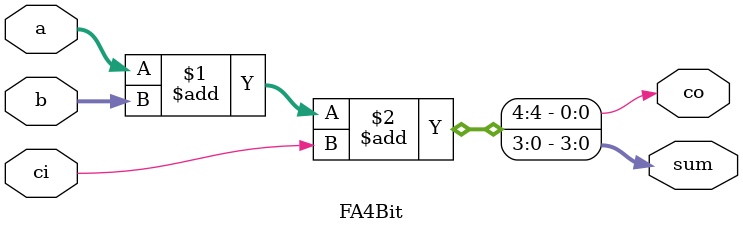
<source format=v>
module FA4Bit(input [3:0] a,b,input ci,output co,output [3:0] sum);
	assign {co,sum} = a+b+ci;
endmodule
</source>
